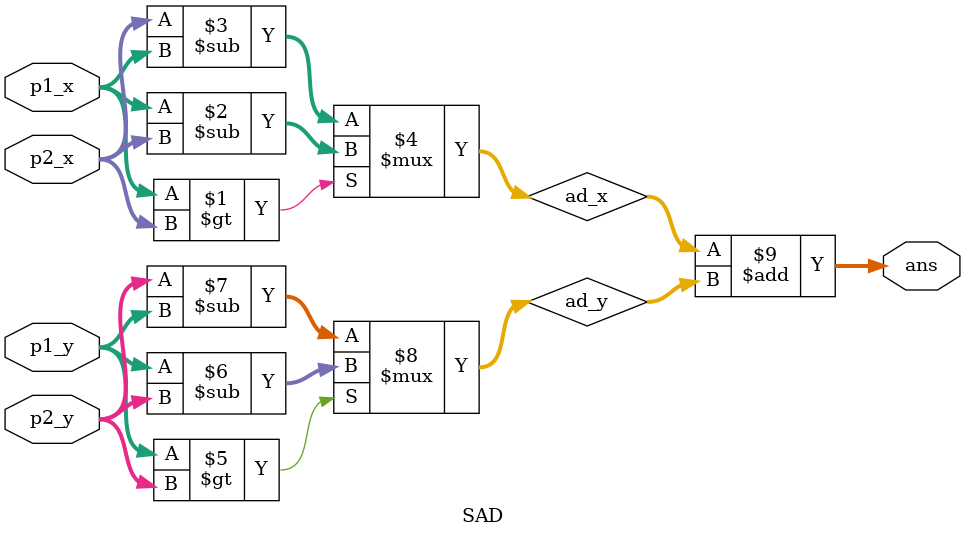
<source format=v>
module SAD(
  input   [7:0] p1_x,
  input   [7:0] p1_y,
  input   [7:0] p2_x,
  input   [7:0] p2_y,
  output  [8:0] ans
);
wire [7:0]  ad_x,ad_y;
assign ad_x = (p1_x>p2_x)? (p1_x-p2_x):(p2_x-p1_x);
assign ad_y = (p1_y>p2_y)? (p1_y-p2_y):(p2_y-p1_y);
assign ans  = ad_x+ad_y;
endmodule 
</source>
